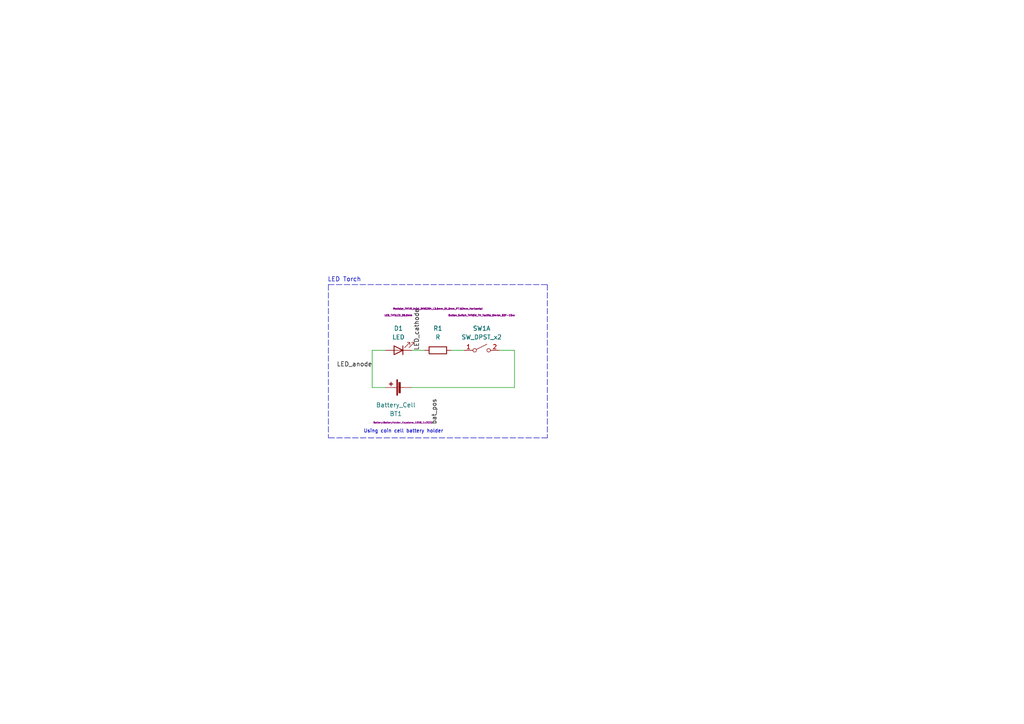
<source format=kicad_sch>
(kicad_sch (version 20210621) (generator eeschema)
  (paper "A4")
  (title_block (title "LED Torch") (date "2021-11-29") (company "Piotr Nowak"))
  (lib_symbols
    (symbol "Device:Battery_Cell" (pin_numbers hide) (pin_names (offset 0) hide)
      (property "Reference" "BT" (at 2.54 2.54 0))
      (property "Value" "Battery_Cell" (at 2.54 0 0))
      (symbol "Battery_Cell_0_1"
        (rectangle (start -2.286 1.778) (end 2.286 1.524) (fill (type outline)))
        (rectangle (start -1.5748 1.1938) (end 1.4732 0.6858) (fill (type outline)))
        (polyline (pts (xy 0 0.762) (xy 0 0)))
        (polyline (pts (xy 0 1.778) (xy 0 2.54)))
        (polyline (pts (xy 0.508 3.429) (xy 1.524 3.429)) (stroke (width 0.254)))
        (polyline (pts (xy 1.016 3.937) (xy 1.016 2.921)) (stroke (width 0.254)))
      )
      (symbol "Battery_Cell_1_1"
        (pin passive line (at 0 5.08 270) (length 2.54) (name "+") (number "1"))
        (pin passive line (at 0 -2.54 90) (length 2.54) (name "-") (number "2"))
      )
    )
    (symbol "Device:LED" (pin_numbers hide) (pin_names (offset 1.016) hide)
      (property "Reference" "D" (at 0 2.54 0))
      (property "Value" "LED" (at 0 -2.54 0))
      (symbol "LED_0_1"
        (polyline (pts (xy -1.27 -1.27) (xy -1.27 1.27)) (stroke (width 0.254)))
        (polyline (pts (xy -1.27 0) (xy 1.27 0)))
        (polyline (pts (xy 1.27 -1.27) (xy 1.27 1.27) (xy -1.27 0) (xy 1.27 -1.27)) (stroke (width 0.254)))
        (polyline (pts (xy -3.048 -0.762) (xy -4.572 -2.286) (xy -3.81 -2.286) (xy -4.572 -2.286) (xy -4.572 -1.524)))
        (polyline (pts (xy -1.778 -0.762) (xy -3.302 -2.286) (xy -2.54 -2.286) (xy -3.302 -2.286) (xy -3.302 -1.524)))
      )
      (symbol "LED_1_1"
        (pin passive line (at -3.81 0 0) (length 2.54) (name "K") (number "1"))
        (pin passive line (at 3.81 0 180) (length 2.54) (name "A") (number "2"))
      )
    )
    (symbol "Device:R" (pin_numbers hide) (pin_names (offset 0))
      (property "Reference" "R" (at 2.032 0 90))
      (property "Value" "R" (at 0 0 90))
      (symbol "R_0_1"
        (rectangle (start -1.016 -2.54) (end 1.016 2.54) (stroke (width 0.254)))
      )
      (symbol "R_1_1"
        (pin passive line (at 0 3.81 270) (length 1.27) (name "~") (number "1"))
        (pin passive line (at 0 -3.81 90) (length 1.27) (name "~") (number "2"))
      )
    )
    (symbol "Switch:SW_DPST_x2" (pin_names (offset 0) hide)
      (property "Reference" "SW" (at 0 3.175 0))
      (property "Value" "SW_DPST_x2" (at 0 -2.54 0))
      (symbol "SW_DPST_x2_0_0"
        (circle (center -2.032 0) (radius 0.508))
        (polyline (pts (xy -1.524 0.254) (xy 1.524 1.778)))
        (circle (center 2.032 0) (radius 0.508))
      )
      (symbol "SW_DPST_x2_1_1"
        (pin passive line (at -5.08 0 0) (length 2.54) (name "A") (number "1"))
        (pin passive line (at 5.08 0 180) (length 2.54) (name "B") (number "2"))
      )
      (symbol "SW_DPST_x2_2_1"
        (pin passive line (at -5.08 0 0) (length 2.54) (name "A") (number "3"))
        (pin passive line (at 5.08 0 180) (length 2.54) (name "B") (number "4"))
      )
    )
  )
  (wire (pts (xy 111.76 112.395) (xy 107.95 112.395)))
  (wire (pts (xy 107.95 112.395) (xy 107.95 101.6)))
  (wire (pts (xy 107.95 101.6) (xy 111.76 101.6)))
  (wire (pts (xy 149.225 112.395) (xy 119.38 112.395)))
  (wire (pts (xy 144.78 101.6) (xy 149.225 101.6)))
  (wire (pts (xy 149.225 101.6) (xy 149.225 112.395)))
  (polyline (pts (xy 95.25 82.55) (xy 158.75 82.55)))
  (polyline (pts (xy 158.75 127) (xy 95.25 127)))
  (polyline (pts (xy 158.75 82.55) (xy 158.75 127)))
  (polyline (pts (xy 95.25 82.55) (xy 95.25 127)))
  (wire (pts (xy 119.38 101.6) (xy 123.19 101.6)))
  (wire (pts (xy 130.81 101.6) (xy 134.62 101.6)))
  (text "LED Torch" (at 104.775 81.915 180) (effects (font (size 1.27 1.27)) (justify right bottom)))
  (text "Using coin cell battery holder" (at 105.41 125.73 0) (effects (font (size 1 1)) (justify left bottom)))
  (label "bat_pos" (at 127 115.57 270))
  (label "LED_cathode" (at 121.92 101.6 90))
  (label "LED_anode" (at 107.95 106.68 180))
  (symbol (lib_id "Device:R") (at 127 101.6 90) (unit 1)
    (property "Reference" "R1" (at 127 95.25 90))
    (property "Value" "R" (at 127 97.79 90))
    (property "Footprint" "Resistor_THT:R_Axial_DIN0204_L3.6mm_D1.6mm_P7.62mm_Horizontal" (at 127 89.535 90) (effects (font (size 0.5 0.5))))
  )
  (symbol (lib_id "Device:LED") (at 115.57 101.6 180) (unit 1)
    (property "Reference" "D1" (at 115.57 95.25 0))
    (property "Value" "LED" (at 115.57 97.79 0))
    (property "Footprint" "LED_THT:LED_D5.0mm" (at 115.57 91.44 0) (effects (font (size 0.5 0.5))))
  )
  (symbol (lib_id "Device:Battery_Cell") (at 116.84 112.395 90) (unit 1)
    (property "Reference" "BT1" (at 114.808 120.015 90))
    (property "Value" "Battery_Cell" (at 114.808 117.475 90))
    (property "Footprint" "Battery:BatteryHolder_Keystone_1058_1x2032" (at 116.84 122.555 90) (effects (font (size 0.5 0.5))))
  )
  (symbol (lib_id "Switch:SW_DPST_x2") (at 139.7 101.6 0) (unit 1)
    (property "Reference" "SW1" (at 139.7 95.25 0))
    (property "Value" "SW_DPST_x2" (at 139.7 97.79 0))
    (property "Footprint" "Button_Switch_THT:SW_TH_Tactile_Omron_B3F-10xx" (at 139.7 91.44 0) (effects (font (size 0.5 0.5))))
  )
)
</source>
